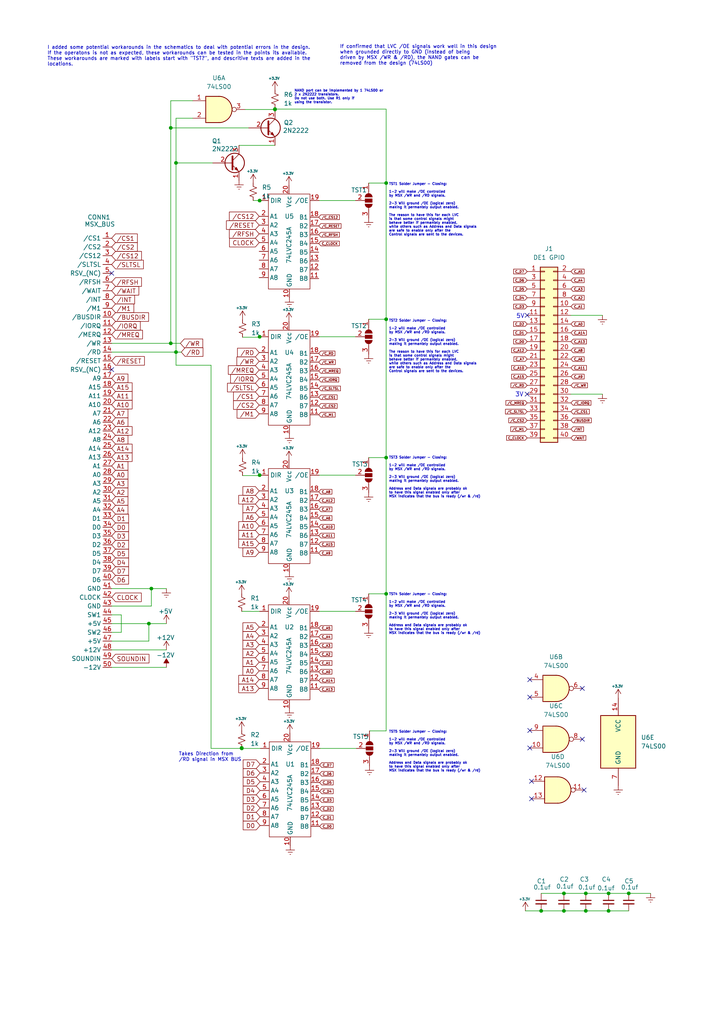
<source format=kicad_sch>
(kicad_sch (version 20211123) (generator eeschema)
  (paper "A4" portrait)
  (title_block (title "MSX IDC Adapter") (rev "0.1") (company "RCC") (comment 1 "Not ready for manufactoring (WIP)"))
  (junction (at 163.576 259.08))
  (junction (at 176.53 259.08))
  (junction (at 51.054 47.244))
  (junction (at 169.926 259.08))
  (junction (at 112.014 92.583))
  (junction (at 43.18 180.848))
  (junction (at 79.756 31.6399))
  (junction (at 169.926 264.16))
  (junction (at 75.311 58.166))
  (junction (at 70.116 216.916))
  (junction (at 182.372 259.08))
  (junction (at 70.116 217.043))
  (junction (at 49.53 99.568))
  (junction (at 112.014 53.086))
  (junction (at 112.014 132.715))
  (junction (at 75.311 97.663))
  (junction (at 51.054 102.108))
  (junction (at 163.576 264.16))
  (junction (at 75.311 137.795))
  (junction (at 156.972 264.16))
  (junction (at 49.53 37.084))
  (junction (at 112.014 172.212))
  (junction (at 70.104 216.916))
  (junction (at 79.756 31.75))
  (junction (at 43.9077 170.688))
  (junction (at 176.53 264.16))
  (no_connect (at 168.91 214.376))
  (no_connect (at 169.418 229.108))
  (no_connect (at 168.91 199.644))
  (no_connect (at 153.67 197.104))
  (no_connect (at 153.67 202.184))
  (no_connect (at 153.67 211.836))
  (no_connect (at 153.67 216.916))
  (no_connect (at 154.178 226.568))
  (no_connect (at 154.178 231.648))
  (no_connect (at 152.908 91.44))
  (no_connect (at 32.385 79.248))
  (no_connect (at 32.385 107.188))
  (no_connect (at 152.908 114.3))
  (wire (pts (xy 70.116 216.916) (xy 70.104 216.916)))
  (wire (pts (xy 49.53 99.568) (xy 49.53 37.084)))
  (wire (pts (xy 43.18 180.848) (xy 43.18 185.928)))
  (wire (pts (xy 112.014 31.6399) (xy 112.014 53.086)))
  (wire (pts (xy 112.014 92.583) (xy 112.014 132.715)))
  (wire (pts (xy 106.934 53.086) (xy 112.014 53.086)))
  (wire (pts (xy 49.53 37.084) (xy 72.136 37.084)))
  (wire (pts (xy 79.756 31.6399) (xy 79.756 31.242)))
  (wire (pts (xy 69.342 42.164) (xy 79.756 42.164)))
  (wire (pts (xy 176.53 259.08) (xy 182.372 259.08)))
  (wire (pts (xy 75.311 137.922) (xy 75.311 137.795)))
  (wire (pts (xy 43.9077 175.768) (xy 43.9077 170.688)))
  (wire (pts (xy 43.9077 170.688) (xy 48.26 170.688)))
  (wire (pts (xy 61.214 217.043) (xy 61.214 105.918)))
  (wire (pts (xy 70.116 217.043) (xy 61.214 217.043)))
  (wire (pts (xy 49.53 29.21) (xy 55.88 29.21)))
  (wire (pts (xy 70.116 217.043) (xy 70.116 216.916)))
  (wire (pts (xy 49.53 37.084) (xy 49.53 29.21)))
  (wire (pts (xy 169.926 259.08) (xy 176.53 259.08)))
  (wire (pts (xy 51.054 105.918) (xy 51.054 102.108)))
  (wire (pts (xy 176.53 264.16) (xy 182.372 264.16)))
  (wire (pts (xy 92.583 58.166) (xy 103.124 58.166)))
  (wire (pts (xy 112.014 31.6399) (xy 79.756 31.6399)))
  (wire (pts (xy 156.972 259.08) (xy 163.576 259.08)))
  (wire (pts (xy 165.608 91.44) (xy 174.752 91.44)))
  (wire (pts (xy 51.054 102.108) (xy 52.578 102.108)))
  (wire (pts (xy 163.576 259.08) (xy 169.926 259.08)))
  (wire (pts (xy 112.014 132.715) (xy 112.014 172.212)))
  (wire (pts (xy 106.934 172.212) (xy 112.014 172.212)))
  (wire (pts (xy 32.385 193.548) (xy 48.26 193.548)))
  (wire (pts (xy 92.583 97.663) (xy 103.124 97.663)))
  (wire (pts (xy 51.054 47.244) (xy 51.054 102.108)))
  (wire (pts (xy 51.054 47.244) (xy 51.054 34.29)))
  (wire (pts (xy 182.372 259.08) (xy 188.722 259.08)))
  (wire (pts (xy 71.12 31.75) (xy 79.756 31.75)))
  (wire (pts (xy 106.934 92.583) (xy 112.014 92.583)))
  (wire (pts (xy 32.385 188.468) (xy 48.26 188.468)))
  (wire (pts (xy 165.608 114.3) (xy 174.752 114.3)))
  (wire (pts (xy 35.1862 183.388) (xy 32.385 183.388)))
  (wire (pts (xy 32.385 178.308) (xy 35.1862 178.308)))
  (wire (pts (xy 32.385 99.568) (xy 49.53 99.568)))
  (wire (pts (xy 61.722 47.244) (xy 51.054 47.244)))
  (wire (pts (xy 43.18 180.848) (xy 48.26 180.848)))
  (wire (pts (xy 79.756 31.75) (xy 79.756 32.004)))
  (wire (pts (xy 112.014 172.212) (xy 112.014 211.963)))
  (wire (pts (xy 92.583 177.292) (xy 103.124 177.292)))
  (wire (pts (xy 112.014 211.963) (xy 107.188 211.963)))
  (wire (pts (xy 163.576 264.16) (xy 169.926 264.16)))
  (wire (pts (xy 92.583 137.795) (xy 103.124 137.795)))
  (wire (pts (xy 32.385 175.768) (xy 43.9077 175.768)))
  (wire (pts (xy 70.104 177.292) (xy 75.311 177.292)))
  (wire (pts (xy 79.756 31.6399) (xy 79.756 31.75)))
  (wire (pts (xy 32.385 170.688) (xy 43.9077 170.688)))
  (wire (pts (xy 32.385 185.928) (xy 43.18 185.928)))
  (wire (pts (xy 49.53 99.568) (xy 52.324 99.568)))
  (wire (pts (xy 32.385 180.848) (xy 43.18 180.848)))
  (wire (pts (xy 75.311 97.79) (xy 75.311 97.663)))
  (wire (pts (xy 75.565 217.043) (xy 70.116 217.043)))
  (wire (pts (xy 152.4 264.16) (xy 156.972 264.16)))
  (wire (pts (xy 35.1862 178.308) (xy 35.1862 183.388)))
  (wire (pts (xy 75.311 58.1557) (xy 75.311 58.166)))
  (wire (pts (xy 61.214 105.918) (xy 51.054 105.918)))
  (wire (pts (xy 51.054 34.29) (xy 55.88 34.29)))
  (wire (pts (xy 156.972 264.16) (xy 163.576 264.16)))
  (wire (pts (xy 70.358 97.79) (xy 75.311 97.79)))
  (wire (pts (xy 73.4493 58.1557) (xy 75.311 58.1557)))
  (wire (pts (xy 70.358 137.922) (xy 75.311 137.922)))
  (wire (pts (xy 112.014 53.086) (xy 112.014 92.583)))
  (wire (pts (xy 32.385 102.108) (xy 51.054 102.108)))
  (wire (pts (xy 106.934 132.715) (xy 112.014 132.715)))
  (wire (pts (xy 169.926 264.16) (xy 176.53 264.16)))
  (wire (pts (xy 92.837 217.043) (xy 103.378 217.043)))
  (text "I added some potential workarounds in the schematics to deal with potential errors in the design.\nIf the operatons is not as expected, these workarounds can be tested in the points its available.\nThese workarounds are marked with labels start with \"TST?\", and descritive texts are added in the\nlocations." (at 13.716 19.304 0) (effects (font (size 1 1)) (justify left bottom)))
  (text "TST4 Solder Jumper - Closing:\n\n1-2 will make /OE controlled\nby MSX /WR and /RD signals.\n\n2-3 Will ground /OE (logical zero)\nmaking it permantely output enabled.\n\nAddress and Data signals are probably ok\nto have this signal enabled only after \nMSX indicates that the bus is ready (/wr & /rd)" (at 112.776 184.15 0) (effects (font (size 0.7 0.7)) (justify left bottom)))
  (text "If confirmed that LVC /OE signals work well in this design \nwhen grounded directly to GND (instead of being\ndriven by MSX /WR & /RD), the NAND gates can be\nremoved from the design (74LS00)" (at 98.552 19.05 0) (effects (font (size 1 1)) (justify left bottom)))
  (text "NAND port can be implemented by 1 74LS00 or \n2 x 2N2222 transistors.\nDo not use both. Use R1 only if \nusing the transistor." (at 85.344 30.226 0) (effects (font (size 0.7 0.7)) (justify left bottom)))
  (text "TST1 Solder Jumper - Closing:\n\n1-2 will make /OE controlled\nby MSX /WR and /RD signals.\n\n2-3 Will ground /OE (logical zero)\nmaking it permantely output enabled.\n\nThe reason to have this for each LVC \nis that some control signals might \nbehave better if permantely enabled,\nwhile others such as Address and Data signals\nare safe to enable only after the \nControl signals are sent to the devices." (at 112.776 68.58 0) (effects (font (size 0.7 0.7)) (justify left bottom)))
  (text "TST3 Solder Jumper - Closing:\n\n1-2 will make /OE controlled\nby MSX /WR and /RD signals.\n\n2-3 Will ground /OE (logical zero)\nmaking it permantely output enabled.\n\nAddress and Data signals are probably ok\nto have this signal enabled only after \nMSX indicates that the bus is ready (/wr & /rd)" (at 112.776 144.526 0) (effects (font (size 0.7 0.7)) (justify left bottom)))
  (text "TST2 Solder Jumper - Closing:\n\n1-2 will make /OE controlled\nby MSX /WR and /RD signals.\n\n2-3 Will ground /OE (logical zero)\nmaking it permantely output enabled.\n\nThe reason to have this for each LVC \nis that some control signals might \nbehave better if permantely enabled,\nwhile others such as Address and Data signals\nare safe to enable only after the \nControl signals are sent to the devices." (at 112.776 108.204 0) (effects (font (size 0.7 0.7)) (justify left bottom)))
  (text "Takes Direction from \n/RD signal in MSX BUS" (at 51.816 220.98 0) (effects (font (size 1 1)) (justify left bottom)))
  (text "3V" (at 149.4017 115.2727 0) (effects (font (size 1.27 1.27)) (justify left bottom)))
  (text "TST5 Solder Jumper - Closing:\n\n1-2 will make /OE controlled\nby MSX /WR and /RD signals.\n\n2-3 Will ground /OE (logical zero)\nmaking it permantely output enabled.\n\nAddress and Data signals are probably ok\nto have this signal enabled only after \nMSX indicates that the bus is ready (/wr & /rd)" (at 112.776 224.028 0) (effects (font (size 0.7 0.7)) (justify left bottom)))
  (text "5V" (at 149.6991 92.5416 0) (effects (font (size 1.27 1.27)) (justify left bottom)))
  (global_label "C_D5" (shape input) (at 152.908 83.82 180) (effects (font (size 0.7 0.7))) (property "Intersheet References" "${INTERSHEET_REFS}" (effects hide)))
  (global_label "{slash}C_SLTSL" (shape input) (at 152.908 119.38 180) (effects (font (size 0.7 0.7))) (property "Intersheet References" "${INTERSHEET_REFS}" (effects hide)))
  (global_label "{slash}C_RFSH" (shape input) (at 92.456 68.072 0) (effects (font (size 0.7 0.7))) (property "Intersheet References" "${INTERSHEET_REFS}" (effects hide)))
  (global_label "D4" (shape input) (at 32.385 163.068 0) (property "Intersheet References" "${INTERSHEET_REFS}" (effects hide)))
  (global_label "A9" (shape input) (at 75.184 160.147 180) (property "Intersheet References" "${INTERSHEET_REFS}" (effects hide)))
  (global_label "{slash}MREQ" (shape input) (at 75.184 107.315 180) (property "Intersheet References" "${INTERSHEET_REFS}" (effects hide)))
  (global_label "{slash}C_RD" (shape input) (at 92.456 102.489 0) (effects (font (size 0.7 0.7))) (property "Intersheet References" "${INTERSHEET_REFS}" (effects hide)))
  (global_label "C_A13" (shape input) (at 92.456 199.898 0) (effects (font (size 0.7 0.7))) (property "Intersheet References" "${INTERSHEET_REFS}" (effects hide)))
  (global_label "{slash}C_CS1" (shape input) (at 92.456 115.189 0) (effects (font (size 0.7 0.7))) (property "Intersheet References" "${INTERSHEET_REFS}" (effects hide)))
  (global_label "{slash}C_M1" (shape input) (at 152.908 124.46 180) (effects (font (size 0.7 0.7))) (property "Intersheet References" "${INTERSHEET_REFS}" (effects hide)))
  (global_label "A11" (shape input) (at 32.385 114.808 0) (property "Intersheet References" "${INTERSHEET_REFS}" (effects hide)))
  (global_label "C_A6" (shape input) (at 92.456 150.241 0) (effects (font (size 0.7 0.7))) (property "Intersheet References" "${INTERSHEET_REFS}" (effects hide)))
  (global_label "C_A7" (shape input) (at 152.908 104.14 180) (effects (font (size 0.7 0.7))) (property "Intersheet References" "${INTERSHEET_REFS}" (effects hide)))
  (global_label "C_A4" (shape input) (at 165.608 81.28 0) (effects (font (size 0.7 0.7))) (property "Intersheet References" "${INTERSHEET_REFS}" (effects hide)))
  (global_label "{slash}WAIT" (shape input) (at 32.385 84.328 0) (property "Intersheet References" "${INTERSHEET_REFS}" (effects hide)))
  (global_label "{slash}C_CS2" (shape input) (at 152.908 121.92 180) (effects (font (size 0.7 0.7))) (property "Intersheet References" "${INTERSHEET_REFS}" (effects hide)))
  (global_label "D5" (shape input) (at 32.385 160.528 0) (property "Intersheet References" "${INTERSHEET_REFS}" (effects hide)))
  (global_label "D5" (shape input) (at 75.438 226.695 180) (property "Intersheet References" "${INTERSHEET_REFS}" (effects hide)))
  (global_label "C_A0" (shape input) (at 165.608 93.98 0) (effects (font (size 0.7 0.7))) (property "Intersheet References" "${INTERSHEET_REFS}" (effects hide)))
  (global_label "C_A2" (shape input) (at 165.608 86.36 0) (effects (font (size 0.7 0.7))) (property "Intersheet References" "${INTERSHEET_REFS}" (effects hide)))
  (global_label "A13" (shape input) (at 32.385 132.588 0) (property "Intersheet References" "${INTERSHEET_REFS}" (effects hide)))
  (global_label "C_D0" (shape input) (at 92.71 239.649 0) (effects (font (size 0.7 0.7))) (property "Intersheet References" "${INTERSHEET_REFS}" (effects hide)))
  (global_label "C_D0" (shape input) (at 152.908 99.06 180) (effects (font (size 0.7 0.7))) (property "Intersheet References" "${INTERSHEET_REFS}" (effects hide)))
  (global_label "{slash}C_SLTSL" (shape input) (at 92.456 112.649 0) (effects (font (size 0.7 0.7))) (property "Intersheet References" "${INTERSHEET_REFS}" (effects hide)))
  (global_label "{slash}MREQ" (shape input) (at 32.385 97.028 0) (property "Intersheet References" "${INTERSHEET_REFS}" (effects hide)))
  (global_label "{slash}RFSH" (shape input) (at 75.184 67.818 180) (property "Intersheet References" "${INTERSHEET_REFS}" (effects hide)))
  (global_label "{slash}C_CS1" (shape input) (at 165.608 119.38 0) (effects (font (size 0.7 0.7))) (property "Intersheet References" "${INTERSHEET_REFS}" (effects hide)))
  (global_label "C_D7" (shape input) (at 92.71 221.869 0) (effects (font (size 0.7 0.7))) (property "Intersheet References" "${INTERSHEET_REFS}" (effects hide)))
  (global_label "{slash}CS2" (shape input) (at 32.385 71.628 0) (property "Intersheet References" "${INTERSHEET_REFS}" (effects hide)))
  (global_label "D7" (shape input) (at 32.385 165.608 0) (property "Intersheet References" "${INTERSHEET_REFS}" (effects hide)))
  (global_label "A5" (shape input) (at 32.385 145.288 0) (property "Intersheet References" "${INTERSHEET_REFS}" (effects hide)))
  (global_label "{slash}C_WR" (shape input) (at 92.456 105.029 0) (effects (font (size 0.7 0.7))) (property "Intersheet References" "${INTERSHEET_REFS}" (effects hide)))
  (global_label "{slash}C_IORQ" (shape input) (at 165.608 116.84 0) (effects (font (size 0.7 0.7))) (property "Intersheet References" "${INTERSHEET_REFS}" (effects hide)))
  (global_label "C_A12" (shape input) (at 92.456 145.161 0) (effects (font (size 0.7 0.7))) (property "Intersheet References" "${INTERSHEET_REFS}" (effects hide)))
  (global_label "A1" (shape input) (at 75.184 192.024 180) (property "Intersheet References" "${INTERSHEET_REFS}" (effects hide)))
  (global_label "C_A10" (shape input) (at 152.908 106.68 180) (effects (font (size 0.7 0.7))) (property "Intersheet References" "${INTERSHEET_REFS}" (effects hide)))
  (global_label "C_A9" (shape input) (at 165.608 109.22 0) (effects (font (size 0.7 0.7))) (property "Intersheet References" "${INTERSHEET_REFS}" (effects hide)))
  (global_label "{slash}RD" (shape input) (at 52.578 102.108 0) (property "Intersheet References" "${INTERSHEET_REFS}" (effects hide)))
  (global_label "A7" (shape input) (at 32.385 119.888 0) (property "Intersheet References" "${INTERSHEET_REFS}" (effects hide)))
  (global_label "{slash}C_WR" (shape input) (at 165.608 111.76 0) (effects (font (size 0.7 0.7))) (property "Intersheet References" "${INTERSHEET_REFS}" (effects hide)))
  (global_label "A10" (shape input) (at 75.184 152.527 180) (property "Intersheet References" "${INTERSHEET_REFS}" (effects hide)))
  (global_label "{slash}CS2" (shape input) (at 75.184 117.475 180) (property "Intersheet References" "${INTERSHEET_REFS}" (effects hide)))
  (global_label "C_D5" (shape input) (at 92.71 226.949 0) (effects (font (size 0.7 0.7))) (property "Intersheet References" "${INTERSHEET_REFS}" (effects hide)))
  (global_label "C_A8" (shape input) (at 92.456 142.621 0) (effects (font (size 0.7 0.7))) (property "Intersheet References" "${INTERSHEET_REFS}" (effects hide)))
  (global_label "C_A8" (shape input) (at 165.608 101.6 0) (effects (font (size 0.7 0.7))) (property "Intersheet References" "${INTERSHEET_REFS}" (effects hide)))
  (global_label "D6" (shape input) (at 75.438 224.155 180) (property "Intersheet References" "${INTERSHEET_REFS}" (effects hide)))
  (global_label "D3" (shape input) (at 75.438 231.775 180) (property "Intersheet References" "${INTERSHEET_REFS}" (effects hide)))
  (global_label "D0" (shape input) (at 75.438 239.395 180) (property "Intersheet References" "${INTERSHEET_REFS}" (effects hide)))
  (global_label "C_A15" (shape input) (at 152.908 109.22 180) (effects (font (size 0.7 0.7))) (property "Intersheet References" "${INTERSHEET_REFS}" (effects hide)))
  (global_label "C_D2" (shape input) (at 92.71 234.569 0) (effects (font (size 0.7 0.7))) (property "Intersheet References" "${INTERSHEET_REFS}" (effects hide)))
  (global_label "C_CLOCK" (shape input) (at 92.456 70.612 0) (effects (font (size 0.7 0.7))) (property "Intersheet References" "${INTERSHEET_REFS}" (effects hide)))
  (global_label "A9" (shape input) (at 32.385 109.728 0) (property "Intersheet References" "${INTERSHEET_REFS}" (effects hide)))
  (global_label "C_A3" (shape input) (at 165.608 83.82 0) (effects (font (size 0.7 0.7))) (property "Intersheet References" "${INTERSHEET_REFS}" (effects hide)))
  (global_label "A15" (shape input) (at 75.184 157.607 180) (property "Intersheet References" "${INTERSHEET_REFS}" (effects hide)))
  (global_label "C_D3" (shape input) (at 152.908 88.9 180) (effects (font (size 0.7 0.7))) (property "Intersheet References" "${INTERSHEET_REFS}" (effects hide)))
  (global_label "A12" (shape input) (at 32.385 124.968 0) (property "Intersheet References" "${INTERSHEET_REFS}" (effects hide)))
  (global_label "C_A6" (shape input) (at 165.608 104.14 0) (effects (font (size 0.7 0.7))) (property "Intersheet References" "${INTERSHEET_REFS}" (effects hide)))
  (global_label "C_A12" (shape input) (at 152.908 101.6 180) (effects (font (size 0.7 0.7))) (property "Intersheet References" "${INTERSHEET_REFS}" (effects hide)))
  (global_label "CLOCK" (shape input) (at 75.184 70.358 180) (property "Intersheet References" "${INTERSHEET_REFS}" (effects hide)))
  (global_label "C_A4" (shape input) (at 92.456 184.658 0) (effects (font (size 0.7 0.7))) (property "Intersheet References" "${INTERSHEET_REFS}" (effects hide)))
  (global_label "C_A2" (shape input) (at 92.456 189.738 0) (effects (font (size 0.7 0.7))) (property "Intersheet References" "${INTERSHEET_REFS}" (effects hide)))
  (global_label "{slash}INT" (shape input) (at 165.608 124.46 0) (effects (font (size 0.7 0.7))) (property "Intersheet References" "${INTERSHEET_REFS}" (effects hide)))
  (global_label "{slash}CS12" (shape input) (at 75.184 62.738 180) (property "Intersheet References" "${INTERSHEET_REFS}" (effects hide)))
  (global_label "{slash}WR" (shape input) (at 75.184 104.775 180) (property "Intersheet References" "${INTERSHEET_REFS}" (effects hide)))
  (global_label "A6" (shape input) (at 75.184 149.987 180) (property "Intersheet References" "${INTERSHEET_REFS}" (effects hide)))
  (global_label "{slash}M1" (shape input) (at 32.385 89.408 0) (property "Intersheet References" "${INTERSHEET_REFS}" (effects hide)))
  (global_label "{slash}CS1" (shape input) (at 32.385 69.088 0) (property "Intersheet References" "${INTERSHEET_REFS}" (effects hide)))
  (global_label "C_D2" (shape input) (at 152.908 93.98 180) (effects (font (size 0.7 0.7))) (property "Intersheet References" "${INTERSHEET_REFS}" (effects hide)))
  (global_label "A6" (shape input) (at 32.385 122.428 0) (property "Intersheet References" "${INTERSHEET_REFS}" (effects hide)))
  (global_label "{slash}C_MREQ" (shape input) (at 152.908 116.84 180) (effects (font (size 0.7 0.7))) (property "Intersheet References" "${INTERSHEET_REFS}" (effects hide)))
  (global_label "A3" (shape input) (at 75.184 186.944 180) (property "Intersheet References" "${INTERSHEET_REFS}" (effects hide)))
  (global_label "D6" (shape input) (at 32.385 168.148 0) (property "Intersheet References" "${INTERSHEET_REFS}" (effects hide)))
  (global_label "A11" (shape input) (at 75.184 155.067 180) (property "Intersheet References" "${INTERSHEET_REFS}" (effects hide)))
  (global_label "{slash}CS12" (shape input) (at 32.385 74.168 0) (property "Intersheet References" "${INTERSHEET_REFS}" (effects hide)))
  (global_label "D0" (shape input) (at 32.385 152.908 0) (property "Intersheet References" "${INTERSHEET_REFS}" (effects hide)))
  (global_label "C_A11" (shape input) (at 92.456 155.321 0) (effects (font (size 0.7 0.7))) (property "Intersheet References" "${INTERSHEET_REFS}" (effects hide)))
  (global_label "A14" (shape input) (at 75.184 197.104 180) (property "Intersheet References" "${INTERSHEET_REFS}" (effects hide)))
  (global_label "{slash}WR" (shape input) (at 52.324 99.568 0) (property "Intersheet References" "${INTERSHEET_REFS}" (effects hide)))
  (global_label "{slash}C_MREQ" (shape input) (at 92.456 107.569 0) (effects (font (size 0.7 0.7))) (property "Intersheet References" "${INTERSHEET_REFS}" (effects hide)))
  (global_label "C_D3" (shape input) (at 92.71 232.029 0) (effects (font (size 0.7 0.7))) (property "Intersheet References" "${INTERSHEET_REFS}" (effects hide)))
  (global_label "A3" (shape input) (at 32.385 140.208 0) (property "Intersheet References" "${INTERSHEET_REFS}" (effects hide)))
  (global_label "CLOCK" (shape input) (at 32.385 173.228 0) (property "Intersheet References" "${INTERSHEET_REFS}" (effects hide)))
  (global_label "A2" (shape input) (at 32.385 142.748 0) (property "Intersheet References" "${INTERSHEET_REFS}" (effects hide)))
  (global_label "A15" (shape input) (at 32.385 112.268 0) (property "Intersheet References" "${INTERSHEET_REFS}" (effects hide)))
  (global_label "A0" (shape input) (at 75.184 194.564 180) (property "Intersheet References" "${INTERSHEET_REFS}" (effects hide)))
  (global_label "A8" (shape input) (at 75.184 142.367 180) (property "Intersheet References" "${INTERSHEET_REFS}" (effects hide)))
  (global_label "C_A0" (shape input) (at 92.456 194.818 0) (effects (font (size 0.7 0.7))) (property "Intersheet References" "${INTERSHEET_REFS}" (effects hide)))
  (global_label "D2" (shape input) (at 75.438 234.315 180) (property "Intersheet References" "${INTERSHEET_REFS}" (effects hide)))
  (global_label "A10" (shape input) (at 32.385 117.348 0) (property "Intersheet References" "${INTERSHEET_REFS}" (effects hide)))
  (global_label "A14" (shape input) (at 32.385 130.048 0) (property "Intersheet References" "${INTERSHEET_REFS}" (effects hide)))
  (global_label "{slash}C_RESET" (shape input) (at 92.456 65.532 0) (effects (font (size 0.7 0.7))) (property "Intersheet References" "${INTERSHEET_REFS}" (effects hide)))
  (global_label "A5" (shape input) (at 75.184 181.864 180) (property "Intersheet References" "${INTERSHEET_REFS}" (effects hide)))
  (global_label "{slash}BUSDIR" (shape input) (at 32.385 91.948 0) (property "Intersheet References" "${INTERSHEET_REFS}" (effects hide)))
  (global_label "{slash}C_M1" (shape input) (at 92.456 120.269 0) (effects (font (size 0.7 0.7))) (property "Intersheet References" "${INTERSHEET_REFS}" (effects hide)))
  (global_label "{slash}IORQ" (shape input) (at 75.184 109.855 180) (property "Intersheet References" "${INTERSHEET_REFS}" (effects hide)))
  (global_label "{slash}C_RD" (shape input) (at 152.908 111.76 180) (effects (font (size 0.7 0.7))) (property "Intersheet References" "${INTERSHEET_REFS}" (effects hide)))
  (global_label "C_D1" (shape input) (at 152.908 96.52 180) (effects (font (size 0.7 0.7))) (property "Intersheet References" "${INTERSHEET_REFS}" (effects hide)))
  (global_label "C_A1" (shape input) (at 165.608 88.9 0) (effects (font (size 0.7 0.7))) (property "Intersheet References" "${INTERSHEET_REFS}" (effects hide)))
  (global_label "C_D4" (shape input) (at 92.71 229.489 0) (effects (font (size 0.7 0.7))) (property "Intersheet References" "${INTERSHEET_REFS}" (effects hide)))
  (global_label "A12" (shape input) (at 75.184 144.907 180) (property "Intersheet References" "${INTERSHEET_REFS}" (effects hide)))
  (global_label "C_D7" (shape input) (at 152.908 78.74 180) (effects (font (size 0.7 0.7))) (property "Intersheet References" "${INTERSHEET_REFS}" (effects hide)))
  (global_label "{slash}C_CS12" (shape input) (at 92.456 62.992 0) (effects (font (size 0.7 0.7))) (property "Intersheet References" "${INTERSHEET_REFS}" (effects hide)))
  (global_label "{slash}RFSH" (shape input) (at 32.385 81.788 0) (property "Intersheet References" "${INTERSHEET_REFS}" (effects hide)))
  (global_label "C_A1" (shape input) (at 92.456 192.278 0) (effects (font (size 0.7 0.7))) (property "Intersheet References" "${INTERSHEET_REFS}" (effects hide)))
  (global_label "A0" (shape input) (at 32.385 137.668 0) (property "Intersheet References" "${INTERSHEET_REFS}" (effects hide)))
  (global_label "D7" (shape input) (at 75.438 221.615 180) (property "Intersheet References" "${INTERSHEET_REFS}" (effects hide)))
  (global_label "C_A7" (shape input) (at 92.456 147.701 0) (effects (font (size 0.7 0.7))) (property "Intersheet References" "${INTERSHEET_REFS}" (effects hide)))
  (global_label "{slash}RESET" (shape input) (at 32.385 104.648 0) (property "Intersheet References" "${INTERSHEET_REFS}" (effects hide)))
  (global_label "A2" (shape input) (at 75.184 189.484 180) (property "Intersheet References" "${INTERSHEET_REFS}" (effects hide)))
  (global_label "C_D1" (shape input) (at 92.71 237.109 0) (effects (font (size 0.7 0.7))) (property "Intersheet References" "${INTERSHEET_REFS}" (effects hide)))
  (global_label "C_A10" (shape input) (at 92.456 152.781 0) (effects (font (size 0.7 0.7))) (property "Intersheet References" "${INTERSHEET_REFS}" (effects hide)))
  (global_label "A13" (shape input) (at 75.184 199.644 180) (property "Intersheet References" "${INTERSHEET_REFS}" (effects hide)))
  (global_label "{slash}M1" (shape input) (at 75.184 120.015 180) (property "Intersheet References" "${INTERSHEET_REFS}" (effects hide)))
  (global_label "D3" (shape input) (at 32.385 155.448 0) (property "Intersheet References" "${INTERSHEET_REFS}" (effects hide)))
  (global_label "{slash}SLTSL" (shape input) (at 75.184 112.395 180) (property "Intersheet References" "${INTERSHEET_REFS}" (effects hide)))
  (global_label "C_D4" (shape input) (at 152.908 86.36 180) (effects (font (size 0.7 0.7))) (property "Intersheet References" "${INTERSHEET_REFS}" (effects hide)))
  (global_label "D2" (shape input) (at 32.385 157.988 0) (property "Intersheet References" "${INTERSHEET_REFS}" (effects hide)))
  (global_label "C_A14" (shape input) (at 165.608 96.52 0) (effects (font (size 0.7 0.7))) (property "Intersheet References" "${INTERSHEET_REFS}" (effects hide)))
  (global_label "A1" (shape input) (at 32.385 135.128 0) (property "Intersheet References" "${INTERSHEET_REFS}" (effects hide)))
  (global_label "C_A5" (shape input) (at 165.608 78.74 0) (effects (font (size 0.7 0.7))) (property "Intersheet References" "${INTERSHEET_REFS}" (effects hide)))
  (global_label "C_A9" (shape input) (at 92.456 160.401 0) (effects (font (size 0.7 0.7))) (property "Intersheet References" "${INTERSHEET_REFS}" (effects hide)))
  (global_label "C_D6" (shape input) (at 152.908 81.28 180) (effects (font (size 0.7 0.7))) (property "Intersheet References" "${INTERSHEET_REFS}" (effects hide)))
  (global_label "{slash}WAIT" (shape input) (at 165.608 127 0) (effects (font (size 0.7 0.7))) (property "Intersheet References" "${INTERSHEET_REFS}" (effects hide)))
  (global_label "A8" (shape input) (at 32.385 127.508 0) (property "Intersheet References" "${INTERSHEET_REFS}" (effects hide)))
  (global_label "{slash}RD" (shape input) (at 75.184 102.235 180) (property "Intersheet References" "${INTERSHEET_REFS}" (effects hide)))
  (global_label "{slash}BUSDIR" (shape input) (at 165.608 121.92 0) (effects (font (size 0.7 0.7))) (property "Intersheet References" "${INTERSHEET_REFS}" (effects hide)))
  (global_label "D1" (shape input) (at 75.438 236.855 180) (property "Intersheet References" "${INTERSHEET_REFS}" (effects hide)))
  (global_label "C_A14" (shape input) (at 92.456 197.358 0) (effects (font (size 0.7 0.7))) (property "Intersheet References" "${INTERSHEET_REFS}" (effects hide)))
  (global_label "C_A11" (shape input) (at 165.608 106.68 0) (effects (font (size 0.7 0.7))) (property "Intersheet References" "${INTERSHEET_REFS}" (effects hide)))
  (global_label "{slash}IORQ" (shape input) (at 32.385 94.488 0) (property "Intersheet References" "${INTERSHEET_REFS}" (effects hide)))
  (global_label "C_D6" (shape input) (at 92.71 224.409 0) (effects (font (size 0.7 0.7))) (property "Intersheet References" "${INTERSHEET_REFS}" (effects hide)))
  (global_label "{slash}C_IORQ" (shape input) (at 92.456 110.109 0) (effects (font (size 0.7 0.7))) (property "Intersheet References" "${INTERSHEET_REFS}" (effects hide)))
  (global_label "C_CLOCK" (shape input) (at 152.908 127 180) (effects (font (size 0.7 0.7))) (property "Intersheet References" "${INTERSHEET_REFS}" (effects hide)))
  (global_label "{slash}CS1" (shape input) (at 75.184 114.935 180) (property "Intersheet References" "${INTERSHEET_REFS}" (effects hide)))
  (global_label "{slash}SLTSL" (shape input) (at 32.385 76.708 0) (property "Intersheet References" "${INTERSHEET_REFS}" (effects hide)))
  (global_label "A7" (shape input) (at 75.184 147.447 180) (property "Intersheet References" "${INTERSHEET_REFS}" (effects hide)))
  (global_label "D1" (shape input) (at 32.385 150.368 0) (property "Intersheet References" "${INTERSHEET_REFS}" (effects hide)))
  (global_label "C_A13" (shape input) (at 165.608 99.06 0) (effects (font (size 0.7 0.7))) (property "Intersheet References" "${INTERSHEET_REFS}" (effects hide)))
  (global_label "C_A3" (shape input) (at 92.456 187.198 0) (effects (font (size 0.7 0.7))) (property "Intersheet References" "${INTERSHEET_REFS}" (effects hide)))
  (global_label "C_A15" (shape input) (at 92.456 157.861 0) (effects (font (size 0.7 0.7))) (property "Intersheet References" "${INTERSHEET_REFS}" (effects hide)))
  (global_label "D4" (shape input) (at 75.438 229.235 180) (property "Intersheet References" "${INTERSHEET_REFS}" (effects hide)))
  (global_label "A4" (shape input) (at 32.385 147.828 0) (property "Intersheet References" "${INTERSHEET_REFS}" (effects hide)))
  (global_label "{slash}C_CS2" (shape input) (at 92.456 117.729 0) (effects (font (size 0.7 0.7))) (property "Intersheet References" "${INTERSHEET_REFS}" (effects hide)))
  (global_label "C_A5" (shape input) (at 92.456 182.118 0) (effects (font (size 0.7 0.7))) (property "Intersheet References" "${INTERSHEET_REFS}" (effects hide)))
  (global_label "{slash}RESET" (shape input) (at 75.184 65.278 180) (property "Intersheet References" "${INTERSHEET_REFS}" (effects hide)))
  (global_label "A4" (shape input) (at 75.184 184.404 180) (property "Intersheet References" "${INTERSHEET_REFS}" (effects hide)))
  (global_label "SOUNDIN" (shape input) (at 32.385 191.008 0) (property "Intersheet References" "${INTERSHEET_REFS}" (effects hide)))
  (global_label "{slash}INT" (shape input) (at 32.385 86.868 0) (property "Intersheet References" "${INTERSHEET_REFS}" (effects hide)))
  (symbol (lib_id "power:GNDREF") (at 83.947 165.989 0) (unit 1)
    (property "Reference" "#PWR018" (effects hide))
    (property "Value" "GNDREF" (effects hide))
  )
  (symbol (lib_id "74xx:74LS00") (at 161.29 214.376 0) (unit 3)
    (property "Reference" "U6" (at 161.29 204.724 0))
    (property "Value" "74LS00" (at 161.29 207.264 0))
    (property "Footprint" "Package_DIP:DIP-14_W7.62mm" (effects hide))
    (property "Datasheet" "http://www.ti.com/lit/gpn/sn74ls00" (effects hide))
  )
  (symbol (lib_id "Jumper:SolderJumper_3_Open") (at 106.934 97.663 270) (unit 1)
    (property "Reference" "TST2" (at 104.14 94.488 90))
    (property "Value" "SolderJumper_3_Open" (effects hide))
    (property "Footprint" "Jumper:SolderJumper-3_P2.0mm_Open_TrianglePad1.0x1.5mm" (effects hide))
  )
  (symbol (lib_id "Transistor_BJT:2N2219") (at 66.802 47.244 0) (unit 1)
    (property "Reference" "Q1" (at 61.468 40.894 0) (effects (justify left)))
    (property "Value" "2N2222" (at 61.468 43.18 0) (effects (justify left)))
    (property "Footprint" "Roni Footprints:TO127P584H533-3" (effects hide))
    (property "Datasheet" "http://www.onsemi.com/pub_link/Collateral/2N2219-D.PDF" (effects hide))
  )
  (symbol (lib_id "74xx:74LS00") (at 63.5 31.75 0) (unit 1)
    (property "Reference" "U6" (at 63.5 22.606 0))
    (property "Value" "74LS00" (at 63.5 25.146 0))
    (property "Footprint" "Package_DIP:DIP-14_W7.62mm" (effects hide))
    (property "Datasheet" "http://www.ti.com/lit/gpn/sn74ls00" (effects hide))
  )
  (symbol (lib_id "power:-12V") (at 48.26 193.548 0) (unit 1)
    (property "Reference" "#PWR04" (effects hide))
    (property "Value" "-12V" (at 48.006 189.992 0))
  )
  (symbol (lib_id "Jumper:SolderJumper_3_Open") (at 106.934 177.292 270) (unit 1)
    (property "Reference" "TST4" (at 104.14 173.99 90))
    (property "Value" "SolderJumper_3_Open" (effects hide))
    (property "Footprint" "Jumper:SolderJumper-3_P2.0mm_Open_TrianglePad1.0x1.5mm" (effects hide))
  )
  (symbol (lib_id "Device:R_Small_US") (at 79.756 28.702 0) (unit 1)
    (property "Reference" "R6" (at 82.296 27.4319 0) (effects (justify left)))
    (property "Value" "1k" (at 82.296 29.9719 0) (effects (justify left)))
    (property "Footprint" "Resistor_THT:R_Axial_DIN0207_L6.3mm_D2.5mm_P7.62mm_Horizontal" (effects hide))
  )
  (symbol (lib_id "power:GNDREF") (at 107.188 222.123 0) (unit 1)
    (property "Reference" "#PWR026" (effects hide))
    (property "Value" "GNDREF" (effects hide))
  )
  (symbol (lib_id "power:GNDREF") (at 106.934 102.743 0) (unit 1)
    (property "Reference" "#PWR023" (effects hide))
    (property "Value" "GNDREF" (effects hide))
  )
  (symbol (lib_id "power:+5V") (at 48.26 180.848 0) (unit 1)
    (property "Reference" "#PWR02" (effects hide))
    (property "Value" "+5V" (at 48.006 177.292 0))
  )
  (symbol (lib_id "power:+3.3V") (at 84.074 212.598 0) (unit 1)
    (property "Reference" "#PWR020" (effects hide))
    (property "Value" "+3.3V" (at 83.82 209.169 0) (effects (font (size 0.7 0.7))))
  )
  (symbol (lib_id "Jumper:SolderJumper_3_Open") (at 107.188 217.043 270) (unit 1)
    (property "Reference" "TST5" (at 104.648 213.614 90))
    (property "Value" "SolderJumper_3_Open" (effects hide))
    (property "Footprint" "Jumper:SolderJumper-3_P2.0mm_Open_TrianglePad1.0x1.5mm" (effects hide))
  )
  (symbol (lib_id "74xx:74LS00") (at 161.29 199.644 0) (unit 2)
    (property "Reference" "U6" (at 161.29 190.5 0))
    (property "Value" "74LS00" (at 161.29 193.04 0))
    (property "Footprint" "Package_DIP:DIP-14_W7.62mm" (effects hide))
    (property "Datasheet" "http://www.ti.com/lit/gpn/sn74ls00" (effects hide))
  )
  (symbol (lib_id "Device:R_Small_US") (at 70.358 135.382 0) (unit 1)
    (property "Reference" "R4" (at 72.898 134.1119 0) (effects (justify left)))
    (property "Value" "1k" (at 72.898 136.6519 0) (effects (justify left)))
    (property "Footprint" "Resistor_THT:R_Axial_DIN0207_L6.3mm_D2.5mm_P7.62mm_Horizontal" (effects hide))
  )
  (symbol (lib_id "power:GNDREF") (at 174.752 114.3 0) (unit 1)
    (property "Reference" "#PWR0101" (effects hide))
    (property "Value" "GNDREF" (effects hide))
  )
  (symbol (lib_id "power:+3.3V") (at 70.358 132.842 0) (unit 1)
    (property "Reference" "#PWR09" (effects hide))
    (property "Value" "+3.3V" (at 70.104 129.413 0) (effects (font (size 0.7 0.7))))
  )
  (symbol (lib_id "power:GNDREF") (at 106.934 63.246 0) (unit 1)
    (property "Reference" "#PWR022" (effects hide))
    (property "Value" "GNDREF" (effects hide))
  )
  (symbol (lib_id "Device:R_Small_US") (at 70.104 214.376 0) (unit 1)
    (property "Reference" "R2" (at 72.644 213.1059 0) (effects (justify left)))
    (property "Value" "1k" (at 72.644 215.6459 0) (effects (justify left)))
    (property "Footprint" "Resistor_THT:R_Axial_DIN0207_L6.3mm_D2.5mm_P7.62mm_Horizontal" (effects hide))
  )
  (symbol (lib_id "Jumper:SolderJumper_3_Open") (at 106.934 137.795 270) (unit 1)
    (property "Reference" "TST3" (at 104.394 134.62 90))
    (property "Value" "SolderJumper_3_Open" (effects hide))
    (property "Footprint" "Jumper:SolderJumper-3_P2.0mm_Open_TrianglePad1.0x1.5mm" (effects hide))
  )
  (symbol (lib_id "power:+12V") (at 48.26 188.468 0) (unit 1)
    (property "Reference" "#PWR03" (effects hide))
    (property "Value" "+12V" (at 48.006 184.912 0))
  )
  (symbol (lib_id "Device:C_Small") (at 182.372 261.62 0) (unit 1)
    (property "Reference" "C5" (at 181.102 255.524 0) (effects (justify left)))
    (property "Value" "0.1uf" (at 180.086 257.302 0) (effects (justify left)))
    (property "Footprint" "Capacitor_THT:C_Disc_D3.0mm_W1.6mm_P2.50mm" (effects hide))
  )
  (symbol (lib_id "power:+3.3V") (at 152.4 264.16 0) (unit 1)
    (property "Reference" "#PWR029" (effects hide))
    (property "Value" "+3.3V" (at 152.146 260.731 0) (effects (font (size 0.7 0.7))))
  )
  (symbol (lib_id "power:+3.3V") (at 179.324 202.438 0) (unit 1)
    (property "Reference" "#PWR032" (effects hide))
    (property "Value" "+3.3V" (at 179.07 199.009 0) (effects (font (size 0.7 0.7))))
  )
  (symbol (lib_id "Connector_Generic:Conn_02x20_Odd_Even") (at 157.988 101.6 0) (unit 1)
    (property "Reference" "J1" (at 159.258 72.136 0))
    (property "Value" "DE1 GPIO" (at 159.258 74.676 0))
    (property "Footprint" "Connector_IDC:IDC-Header_2x20_P2.54mm_Horizontal" (effects hide))
  )
  (symbol (lib_id "74xx:74LS00") (at 179.324 215.138 0) (unit 5)
    (property "Reference" "U6" (at 185.928 213.8679 0) (effects (justify left)))
    (property "Value" "74LS00" (at 185.928 216.4079 0) (effects (justify left)))
    (property "Footprint" "Package_DIP:DIP-14_W7.62mm" (effects hide))
    (property "Datasheet" "http://www.ti.com/lit/gpn/sn74ls00" (effects hide))
  )
  (symbol (lib_id "Device:R_Small_US") (at 70.104 174.752 0) (unit 1)
    (property "Reference" "R1" (at 72.644 173.4819 0) (effects (justify left)))
    (property "Value" "1k" (at 72.644 176.0219 0) (effects (justify left)))
    (property "Footprint" "Resistor_THT:R_Axial_DIN0207_L6.3mm_D2.5mm_P7.62mm_Horizontal" (effects hide))
  )
  (symbol (lib_id "power:+3.3V") (at 70.358 92.71 0) (unit 1)
    (property "Reference" "#PWR08" (effects hide))
    (property "Value" "+3.3V" (at 70.104 89.281 0) (effects (font (size 0.7 0.7))))
  )
  (symbol (lib_id "Device:C_Small") (at 176.53 261.62 0) (unit 1)
    (property "Reference" "C4" (at 174.498 255.016 0) (effects (justify left)))
    (property "Value" "0.1uf" (at 173.228 257.556 0) (effects (justify left)))
    (property "Footprint" "Capacitor_THT:C_Disc_D3.0mm_W1.6mm_P2.50mm" (effects hide))
  )
  (symbol (lib_id "power:GNDREF") (at 106.934 182.372 0) (unit 1)
    (property "Reference" "#PWR025" (effects hide))
    (property "Value" "GNDREF" (effects hide))
  )
  (symbol (lib_id "power:GNDREF") (at 83.947 205.486 0) (unit 1)
    (property "Reference" "#PWR019" (effects hide))
    (property "Value" "GNDREF" (effects hide))
  )
  (symbol (lib_id "power:+3.3V") (at 83.82 172.847 0) (unit 1)
    (property "Reference" "#PWR015" (effects hide))
    (property "Value" "+3.3V" (at 83.566 169.418 0) (effects (font (size 0.7 0.7))))
  )
  (symbol (lib_id "power:+3.3V") (at 70.104 172.212 0) (unit 1)
    (property "Reference" "#PWR06" (effects hide))
    (property "Value" "+3.3V" (at 69.85 168.783 0) (effects (font (size 0.7 0.7))))
  )
  (symbol (lib_id "Device:R_Small_US") (at 70.358 95.25 0) (unit 1)
    (property "Reference" "R3" (at 72.898 93.9799 0) (effects (justify left)))
    (property "Value" "1k" (at 72.898 96.5199 0) (effects (justify left)))
    (property "Footprint" "Resistor_THT:R_Axial_DIN0207_L6.3mm_D2.5mm_P7.62mm_Horizontal" (effects hide))
  )
  (symbol (lib_id "power:GNDREF") (at 174.752 91.44 0) (unit 1)
    (property "Reference" "#PWR030" (effects hide))
    (property "Value" "GNDREF" (effects hide))
  )
  (symbol (lib_name "74LVC245A_1") (lib_id "Roni:74LVC245A") (at 142.494 145.796 0) (unit 1)
    (property "Reference" "U5" (at 82.55 62.738 0) (effects (justify left)))
    (property "Value" "74LVC245A" (at 83.82 76.454 90) (effects (justify left)))
    (property "Footprint" "Package_DIP:DIP-20_W7.62mm" (effects hide))
  )
  (symbol (lib_id "Roni:MSX_BUS") (at 100.33 157.48 0) (unit 1)
    (property "Reference" "CONN1" (at 28.702 62.992 0))
    (property "Value" "MSX_BUS" (at 28.956 65.024 0))
    (property "Footprint" "Roni Footprints:MSX_CART" (effects hide))
  )
  (symbol (lib_id "power:GNDREF") (at 179.324 227.838 0) (unit 1)
    (property "Reference" "#PWR033" (effects hide))
    (property "Value" "GNDREF" (effects hide))
  )
  (symbol (lib_id "power:GNDREF") (at 84.201 245.237 0) (unit 1)
    (property "Reference" "#PWR021" (effects hide))
    (property "Value" "GNDREF" (effects hide))
  )
  (symbol (lib_id "Device:C_Small") (at 169.926 261.62 0) (unit 1)
    (property "Reference" "C3" (at 168.148 255.016 0) (effects (justify left)))
    (property "Value" "0.1uf" (at 167.64 257.302 0) (effects (justify left)))
    (property "Footprint" "Capacitor_THT:C_Disc_D3.0mm_W1.6mm_P2.50mm" (effects hide))
  )
  (symbol (lib_id "power:GNDREF") (at 106.934 142.875 0) (unit 1)
    (property "Reference" "#PWR024" (effects hide))
    (property "Value" "GNDREF" (effects hide))
  )
  (symbol (lib_id "power:GNDREF") (at 83.947 86.36 0) (unit 1)
    (property "Reference" "#PWR016" (effects hide))
    (property "Value" "GNDREF" (effects hide))
  )
  (symbol (lib_id "power:+3.3V") (at 79.756 26.162 0) (unit 1)
    (property "Reference" "#PWR011" (effects hide))
    (property "Value" "+3.3V" (at 79.502 22.733 0) (effects (font (size 0.7 0.7))))
  )
  (symbol (lib_id "Roni:74LVC245A") (at 142.748 304.673 0) (unit 1)
    (property "Reference" "U1" (at 82.804 221.615 0) (effects (justify left)))
    (property "Value" "74LVC245A" (at 84.074 235.331 90) (effects (justify left)))
    (property "Footprint" "Package_DIP:DIP-20_W7.62mm" (effects hide))
  )
  (symbol (lib_id "power:GNDREF") (at 69.342 52.324 0) (unit 1)
    (property "Reference" "#PWR05" (effects hide))
    (property "Value" "GNDREF" (effects hide))
  )
  (symbol (lib_id "Device:R_Small_US") (at 73.4493 55.6157 0) (unit 1)
    (property "Reference" "R5" (at 75.9893 54.3456 0) (effects (justify left)))
    (property "Value" "1k" (at 75.9893 56.8856 0) (effects (justify left)))
    (property "Footprint" "Resistor_THT:R_Axial_DIN0207_L6.3mm_D2.5mm_P7.62mm_Horizontal" (effects hide))
  )
  (symbol (lib_id "74xx:74LS00") (at 161.798 229.108 0) (unit 4)
    (property "Reference" "U6" (at 161.798 219.456 0))
    (property "Value" "74LS00" (at 161.798 221.996 0))
    (property "Footprint" "Package_DIP:DIP-14_W7.62mm" (effects hide))
    (property "Datasheet" "http://www.ti.com/lit/gpn/sn74ls00" (effects hide))
  )
  (symbol (lib_id "power:GNDREF") (at 188.722 259.08 0) (unit 1)
    (property "Reference" "#PWR034" (effects hide))
    (property "Value" "GNDREF" (effects hide))
  )
  (symbol (lib_name "74LVC245A_2") (lib_id "Roni:74LVC245A") (at 142.494 185.293 0) (unit 1)
    (property "Reference" "U4" (at 82.55 102.235 0) (effects (justify left)))
    (property "Value" "74LVC245A" (at 83.82 115.951 90) (effects (justify left)))
    (property "Footprint" "Package_DIP:DIP-20_W7.62mm" (effects hide))
  )
  (symbol (lib_id "power:+3.3V") (at 70.104 211.836 0) (unit 1)
    (property "Reference" "#PWR07" (effects hide))
    (property "Value" "+3.3V" (at 69.85 208.407 0) (effects (font (size 0.7 0.7))))
  )
  (symbol (lib_id "Device:C_Small") (at 156.972 261.62 0) (unit 1)
    (property "Reference" "C1" (at 155.702 255.524 0) (effects (justify left)))
    (property "Value" "0.1uf" (at 154.686 257.302 0) (effects (justify left)))
    (property "Footprint" "Capacitor_THT:C_Disc_D3.0mm_W1.6mm_P2.50mm" (effects hide))
  )
  (symbol (lib_id "power:GNDREF") (at 83.947 125.857 0) (unit 1)
    (property "Reference" "#PWR017" (effects hide))
    (property "Value" "GNDREF" (effects hide))
  )
  (symbol (lib_id "power:+3.3V") (at 83.82 133.35 0) (unit 1)
    (property "Reference" "#PWR014" (effects hide))
    (property "Value" "+3.3V" (at 83.566 129.921 0) (effects (font (size 0.7 0.7))))
  )
  (symbol (lib_id "Transistor_BJT:2N2219") (at 77.216 37.084 0) (unit 1)
    (property "Reference" "Q2" (at 82.296 35.56 0) (effects (justify left)))
    (property "Value" "2N2222" (at 82.042 37.846 0) (effects (justify left)))
    (property "Footprint" "Roni Footprints:TO127P584H533-3" (effects hide))
    (property "Datasheet" "http://www.onsemi.com/pub_link/Collateral/2N2219-D.PDF" (effects hide))
  )
  (symbol (lib_id "power:+3.3V") (at 83.82 53.721 0) (unit 1)
    (property "Reference" "#PWR012" (effects hide))
    (property "Value" "+3.3V" (at 83.566 50.292 0) (effects (font (size 0.7 0.7))))
  )
  (symbol (lib_id "Device:C_Small") (at 163.576 261.62 0) (unit 1)
    (property "Reference" "C2" (at 162.306 255.016 0) (effects (justify left)))
    (property "Value" "0.1uf" (at 161.29 257.048 0) (effects (justify left)))
    (property "Footprint" "Capacitor_THT:C_Disc_D3.0mm_W1.6mm_P2.50mm" (effects hide))
  )
  (symbol (lib_id "power:+3.3V") (at 83.82 93.218 0) (unit 1)
    (property "Reference" "#PWR013" (effects hide))
    (property "Value" "+3.3V" (at 83.566 89.789 0) (effects (font (size 0.7 0.7))))
  )
  (symbol (lib_id "power:+3.3V") (at 73.4493 53.0757 0) (unit 1)
    (property "Reference" "#PWR010" (effects hide))
    (property "Value" "+3.3V" (at 73.1953 49.6467 0) (effects (font (size 0.7 0.7))))
  )
  (symbol (lib_name "74LVC245A_3") (lib_id "Roni:74LVC245A") (at 142.494 225.425 0) (unit 1)
    (property "Reference" "U3" (at 82.55 142.367 0) (effects (justify left)))
    (property "Value" "74LVC245A" (at 83.82 156.083 90) (effects (justify left)))
    (property "Footprint" "Package_DIP:DIP-20_W7.62mm" (effects hide))
  )
  (symbol (lib_id "power:GNDREF") (at 48.26 170.688 0) (unit 1)
    (property "Reference" "#PWR01" (effects hide))
    (property "Value" "GNDREF" (effects hide))
  )
  (symbol (lib_id "Jumper:SolderJumper_3_Open") (at 106.934 58.166 270) (unit 1)
    (property "Reference" "TST1" (at 104.14 55.118 90))
    (property "Value" "SolderJumper_3_Open" (effects hide))
    (property "Footprint" "Jumper:SolderJumper-3_P2.0mm_Open_TrianglePad1.0x1.5mm" (effects hide))
  )
  (symbol (lib_name "74LVC245A_4") (lib_id "Roni:74LVC245A") (at 142.494 264.922 0) (unit 1)
    (property "Reference" "U2" (at 82.55 181.864 0) (effects (justify left)))
    (property "Value" "74LVC245A" (at 83.82 195.58 90) (effects (justify left)))
    (property "Footprint" "Package_DIP:DIP-20_W7.62mm" (effects hide))
  )
)
</source>
